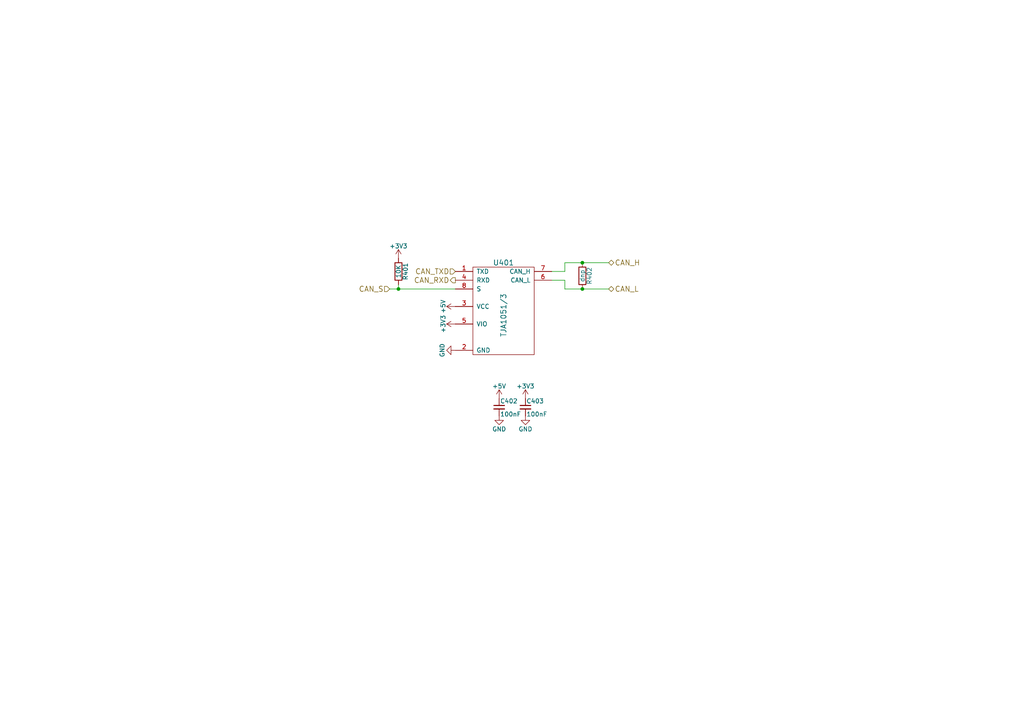
<source format=kicad_sch>
(kicad_sch
	(version 20250114)
	(generator "eeschema")
	(generator_version "9.0")
	(uuid "a452aa46-a3f7-4229-87a2-c60a92118249")
	(paper "A4")
	(lib_symbols
		(symbol "+3V3_1"
			(power)
			(pin_names
				(offset 0)
			)
			(exclude_from_sim no)
			(in_bom yes)
			(on_board yes)
			(property "Reference" "#PWR"
				(at 0 -3.81 0)
				(effects
					(font
						(size 1.27 1.27)
					)
					(hide yes)
				)
			)
			(property "Value" "+3V3"
				(at 0 3.556 0)
				(effects
					(font
						(size 1.27 1.27)
					)
				)
			)
			(property "Footprint" ""
				(at 0 0 0)
				(effects
					(font
						(size 1.27 1.27)
					)
				)
			)
			(property "Datasheet" ""
				(at 0 0 0)
				(effects
					(font
						(size 1.27 1.27)
					)
				)
			)
			(property "Description" ""
				(at 0 0 0)
				(effects
					(font
						(size 1.27 1.27)
					)
					(hide yes)
				)
			)
			(property "Field5" ""
				(at 0 0 0)
				(effects
					(font
						(size 1.27 1.27)
					)
					(hide yes)
				)
			)
			(symbol "+3V3_1_0_1"
				(polyline
					(pts
						(xy -0.762 1.27) (xy 0 2.54)
					)
					(stroke
						(width 0)
						(type solid)
					)
					(fill
						(type none)
					)
				)
				(polyline
					(pts
						(xy 0 2.54) (xy 0.762 1.27)
					)
					(stroke
						(width 0)
						(type solid)
					)
					(fill
						(type none)
					)
				)
				(polyline
					(pts
						(xy 0 0) (xy 0 2.54)
					)
					(stroke
						(width 0)
						(type solid)
					)
					(fill
						(type none)
					)
				)
			)
			(symbol "+3V3_1_1_1"
				(pin power_in line
					(at 0 0 90)
					(length 0)
					(hide yes)
					(name "+3V3"
						(effects
							(font
								(size 1.27 1.27)
							)
						)
					)
					(number "1"
						(effects
							(font
								(size 1.27 1.27)
							)
						)
					)
				)
			)
			(embedded_fonts no)
		)
		(symbol "+3V3_2"
			(power)
			(pin_names
				(offset 0)
			)
			(exclude_from_sim no)
			(in_bom yes)
			(on_board yes)
			(property "Reference" "#PWR"
				(at 0 -3.81 0)
				(effects
					(font
						(size 1.27 1.27)
					)
					(hide yes)
				)
			)
			(property "Value" "+3V3"
				(at 0 3.556 0)
				(effects
					(font
						(size 1.27 1.27)
					)
				)
			)
			(property "Footprint" ""
				(at 0 0 0)
				(effects
					(font
						(size 1.27 1.27)
					)
				)
			)
			(property "Datasheet" ""
				(at 0 0 0)
				(effects
					(font
						(size 1.27 1.27)
					)
				)
			)
			(property "Description" ""
				(at 0 0 0)
				(effects
					(font
						(size 1.27 1.27)
					)
					(hide yes)
				)
			)
			(property "Field5" ""
				(at 0 0 0)
				(effects
					(font
						(size 1.27 1.27)
					)
					(hide yes)
				)
			)
			(symbol "+3V3_2_0_1"
				(polyline
					(pts
						(xy -0.762 1.27) (xy 0 2.54)
					)
					(stroke
						(width 0)
						(type solid)
					)
					(fill
						(type none)
					)
				)
				(polyline
					(pts
						(xy 0 2.54) (xy 0.762 1.27)
					)
					(stroke
						(width 0)
						(type solid)
					)
					(fill
						(type none)
					)
				)
				(polyline
					(pts
						(xy 0 0) (xy 0 2.54)
					)
					(stroke
						(width 0)
						(type solid)
					)
					(fill
						(type none)
					)
				)
			)
			(symbol "+3V3_2_1_1"
				(pin power_in line
					(at 0 0 90)
					(length 0)
					(hide yes)
					(name "+3V3"
						(effects
							(font
								(size 1.27 1.27)
							)
						)
					)
					(number "1"
						(effects
							(font
								(size 1.27 1.27)
							)
						)
					)
				)
			)
			(embedded_fonts no)
		)
		(symbol "+3V3_3"
			(power)
			(pin_names
				(offset 0)
			)
			(exclude_from_sim no)
			(in_bom yes)
			(on_board yes)
			(property "Reference" "#PWR"
				(at 0 -3.81 0)
				(effects
					(font
						(size 1.27 1.27)
					)
					(hide yes)
				)
			)
			(property "Value" "+3V3"
				(at 0 3.556 0)
				(effects
					(font
						(size 1.27 1.27)
					)
				)
			)
			(property "Footprint" ""
				(at 0 0 0)
				(effects
					(font
						(size 1.27 1.27)
					)
				)
			)
			(property "Datasheet" ""
				(at 0 0 0)
				(effects
					(font
						(size 1.27 1.27)
					)
				)
			)
			(property "Description" ""
				(at 0 0 0)
				(effects
					(font
						(size 1.27 1.27)
					)
					(hide yes)
				)
			)
			(property "Field5" ""
				(at 0 0 0)
				(effects
					(font
						(size 1.27 1.27)
					)
					(hide yes)
				)
			)
			(symbol "+3V3_3_0_1"
				(polyline
					(pts
						(xy -0.762 1.27) (xy 0 2.54)
					)
					(stroke
						(width 0)
						(type solid)
					)
					(fill
						(type none)
					)
				)
				(polyline
					(pts
						(xy 0 2.54) (xy 0.762 1.27)
					)
					(stroke
						(width 0)
						(type solid)
					)
					(fill
						(type none)
					)
				)
				(polyline
					(pts
						(xy 0 0) (xy 0 2.54)
					)
					(stroke
						(width 0)
						(type solid)
					)
					(fill
						(type none)
					)
				)
			)
			(symbol "+3V3_3_1_1"
				(pin power_in line
					(at 0 0 90)
					(length 0)
					(hide yes)
					(name "+3V3"
						(effects
							(font
								(size 1.27 1.27)
							)
						)
					)
					(number "1"
						(effects
							(font
								(size 1.27 1.27)
							)
						)
					)
				)
			)
			(embedded_fonts no)
		)
		(symbol "+3V3_4"
			(power)
			(pin_names
				(offset 0)
			)
			(exclude_from_sim no)
			(in_bom yes)
			(on_board yes)
			(property "Reference" "#PWR"
				(at 0 -3.81 0)
				(effects
					(font
						(size 1.27 1.27)
					)
					(hide yes)
				)
			)
			(property "Value" "+3V3"
				(at 0 3.556 0)
				(effects
					(font
						(size 1.27 1.27)
					)
				)
			)
			(property "Footprint" ""
				(at 0 0 0)
				(effects
					(font
						(size 1.27 1.27)
					)
				)
			)
			(property "Datasheet" ""
				(at 0 0 0)
				(effects
					(font
						(size 1.27 1.27)
					)
				)
			)
			(property "Description" ""
				(at 0 0 0)
				(effects
					(font
						(size 1.27 1.27)
					)
					(hide yes)
				)
			)
			(property "Field5" ""
				(at 0 0 0)
				(effects
					(font
						(size 1.27 1.27)
					)
					(hide yes)
				)
			)
			(symbol "+3V3_4_0_1"
				(polyline
					(pts
						(xy -0.762 1.27) (xy 0 2.54)
					)
					(stroke
						(width 0)
						(type solid)
					)
					(fill
						(type none)
					)
				)
				(polyline
					(pts
						(xy 0 2.54) (xy 0.762 1.27)
					)
					(stroke
						(width 0)
						(type solid)
					)
					(fill
						(type none)
					)
				)
				(polyline
					(pts
						(xy 0 0) (xy 0 2.54)
					)
					(stroke
						(width 0)
						(type solid)
					)
					(fill
						(type none)
					)
				)
			)
			(symbol "+3V3_4_1_1"
				(pin power_in line
					(at 0 0 90)
					(length 0)
					(hide yes)
					(name "+3V3"
						(effects
							(font
								(size 1.27 1.27)
							)
						)
					)
					(number "1"
						(effects
							(font
								(size 1.27 1.27)
							)
						)
					)
				)
			)
			(embedded_fonts no)
		)
		(symbol "+3V3_5"
			(power)
			(pin_names
				(offset 0)
			)
			(exclude_from_sim no)
			(in_bom yes)
			(on_board yes)
			(property "Reference" "#PWR"
				(at 0 -3.81 0)
				(effects
					(font
						(size 1.27 1.27)
					)
					(hide yes)
				)
			)
			(property "Value" "+3V3"
				(at 0 3.556 0)
				(effects
					(font
						(size 1.27 1.27)
					)
				)
			)
			(property "Footprint" ""
				(at 0 0 0)
				(effects
					(font
						(size 1.27 1.27)
					)
				)
			)
			(property "Datasheet" ""
				(at 0 0 0)
				(effects
					(font
						(size 1.27 1.27)
					)
				)
			)
			(property "Description" ""
				(at 0 0 0)
				(effects
					(font
						(size 1.27 1.27)
					)
					(hide yes)
				)
			)
			(property "Field5" ""
				(at 0 0 0)
				(effects
					(font
						(size 1.27 1.27)
					)
					(hide yes)
				)
			)
			(symbol "+3V3_5_0_1"
				(polyline
					(pts
						(xy -0.762 1.27) (xy 0 2.54)
					)
					(stroke
						(width 0)
						(type solid)
					)
					(fill
						(type none)
					)
				)
				(polyline
					(pts
						(xy 0 2.54) (xy 0.762 1.27)
					)
					(stroke
						(width 0)
						(type solid)
					)
					(fill
						(type none)
					)
				)
				(polyline
					(pts
						(xy 0 0) (xy 0 2.54)
					)
					(stroke
						(width 0)
						(type solid)
					)
					(fill
						(type none)
					)
				)
			)
			(symbol "+3V3_5_1_1"
				(pin power_in line
					(at 0 0 90)
					(length 0)
					(hide yes)
					(name "+3V3"
						(effects
							(font
								(size 1.27 1.27)
							)
						)
					)
					(number "1"
						(effects
							(font
								(size 1.27 1.27)
							)
						)
					)
				)
			)
			(embedded_fonts no)
		)
		(symbol "+3V3_6"
			(power)
			(pin_names
				(offset 0)
			)
			(exclude_from_sim no)
			(in_bom yes)
			(on_board yes)
			(property "Reference" "#PWR"
				(at 0 -3.81 0)
				(effects
					(font
						(size 1.27 1.27)
					)
					(hide yes)
				)
			)
			(property "Value" "+3V3"
				(at 0 3.556 0)
				(effects
					(font
						(size 1.27 1.27)
					)
				)
			)
			(property "Footprint" ""
				(at 0 0 0)
				(effects
					(font
						(size 1.27 1.27)
					)
				)
			)
			(property "Datasheet" ""
				(at 0 0 0)
				(effects
					(font
						(size 1.27 1.27)
					)
				)
			)
			(property "Description" ""
				(at 0 0 0)
				(effects
					(font
						(size 1.27 1.27)
					)
					(hide yes)
				)
			)
			(property "Field5" ""
				(at 0 0 0)
				(effects
					(font
						(size 1.27 1.27)
					)
					(hide yes)
				)
			)
			(symbol "+3V3_6_0_1"
				(polyline
					(pts
						(xy -0.762 1.27) (xy 0 2.54)
					)
					(stroke
						(width 0)
						(type solid)
					)
					(fill
						(type none)
					)
				)
				(polyline
					(pts
						(xy 0 2.54) (xy 0.762 1.27)
					)
					(stroke
						(width 0)
						(type solid)
					)
					(fill
						(type none)
					)
				)
				(polyline
					(pts
						(xy 0 0) (xy 0 2.54)
					)
					(stroke
						(width 0)
						(type solid)
					)
					(fill
						(type none)
					)
				)
			)
			(symbol "+3V3_6_1_1"
				(pin power_in line
					(at 0 0 90)
					(length 0)
					(hide yes)
					(name "+3V3"
						(effects
							(font
								(size 1.27 1.27)
							)
						)
					)
					(number "1"
						(effects
							(font
								(size 1.27 1.27)
							)
						)
					)
				)
			)
			(embedded_fonts no)
		)
		(symbol "+5V_1"
			(power)
			(pin_names
				(offset 0)
			)
			(exclude_from_sim no)
			(in_bom yes)
			(on_board yes)
			(property "Reference" "#PWR"
				(at 0 -3.81 0)
				(effects
					(font
						(size 1.27 1.27)
					)
					(hide yes)
				)
			)
			(property "Value" "+5V"
				(at 0 3.556 0)
				(effects
					(font
						(size 1.27 1.27)
					)
				)
			)
			(property "Footprint" ""
				(at 0 0 0)
				(effects
					(font
						(size 1.27 1.27)
					)
				)
			)
			(property "Datasheet" ""
				(at 0 0 0)
				(effects
					(font
						(size 1.27 1.27)
					)
				)
			)
			(property "Description" ""
				(at 0 0 0)
				(effects
					(font
						(size 1.27 1.27)
					)
					(hide yes)
				)
			)
			(property "Field5" ""
				(at 0 0 0)
				(effects
					(font
						(size 1.27 1.27)
					)
					(hide yes)
				)
			)
			(symbol "+5V_1_0_1"
				(polyline
					(pts
						(xy -0.762 1.27) (xy 0 2.54)
					)
					(stroke
						(width 0)
						(type solid)
					)
					(fill
						(type none)
					)
				)
				(polyline
					(pts
						(xy 0 2.54) (xy 0.762 1.27)
					)
					(stroke
						(width 0)
						(type solid)
					)
					(fill
						(type none)
					)
				)
				(polyline
					(pts
						(xy 0 0) (xy 0 2.54)
					)
					(stroke
						(width 0)
						(type solid)
					)
					(fill
						(type none)
					)
				)
			)
			(symbol "+5V_1_1_1"
				(pin power_in line
					(at 0 0 90)
					(length 0)
					(hide yes)
					(name "+5V"
						(effects
							(font
								(size 1.27 1.27)
							)
						)
					)
					(number "1"
						(effects
							(font
								(size 1.27 1.27)
							)
						)
					)
				)
			)
			(embedded_fonts no)
		)
		(symbol "+5V_2"
			(power)
			(pin_names
				(offset 0)
			)
			(exclude_from_sim no)
			(in_bom yes)
			(on_board yes)
			(property "Reference" "#PWR"
				(at 0 -3.81 0)
				(effects
					(font
						(size 1.27 1.27)
					)
					(hide yes)
				)
			)
			(property "Value" "+5V"
				(at 0 3.556 0)
				(effects
					(font
						(size 1.27 1.27)
					)
				)
			)
			(property "Footprint" ""
				(at 0 0 0)
				(effects
					(font
						(size 1.27 1.27)
					)
				)
			)
			(property "Datasheet" ""
				(at 0 0 0)
				(effects
					(font
						(size 1.27 1.27)
					)
				)
			)
			(property "Description" ""
				(at 0 0 0)
				(effects
					(font
						(size 1.27 1.27)
					)
					(hide yes)
				)
			)
			(property "Field5" ""
				(at 0 0 0)
				(effects
					(font
						(size 1.27 1.27)
					)
					(hide yes)
				)
			)
			(symbol "+5V_2_0_1"
				(polyline
					(pts
						(xy -0.762 1.27) (xy 0 2.54)
					)
					(stroke
						(width 0)
						(type solid)
					)
					(fill
						(type none)
					)
				)
				(polyline
					(pts
						(xy 0 2.54) (xy 0.762 1.27)
					)
					(stroke
						(width 0)
						(type solid)
					)
					(fill
						(type none)
					)
				)
				(polyline
					(pts
						(xy 0 0) (xy 0 2.54)
					)
					(stroke
						(width 0)
						(type solid)
					)
					(fill
						(type none)
					)
				)
			)
			(symbol "+5V_2_1_1"
				(pin power_in line
					(at 0 0 90)
					(length 0)
					(hide yes)
					(name "+5V"
						(effects
							(font
								(size 1.27 1.27)
							)
						)
					)
					(number "1"
						(effects
							(font
								(size 1.27 1.27)
							)
						)
					)
				)
			)
			(embedded_fonts no)
		)
		(symbol "+5V_3"
			(power)
			(pin_names
				(offset 0)
			)
			(exclude_from_sim no)
			(in_bom yes)
			(on_board yes)
			(property "Reference" "#PWR"
				(at 0 -3.81 0)
				(effects
					(font
						(size 1.27 1.27)
					)
					(hide yes)
				)
			)
			(property "Value" "+5V"
				(at 0 3.556 0)
				(effects
					(font
						(size 1.27 1.27)
					)
				)
			)
			(property "Footprint" ""
				(at 0 0 0)
				(effects
					(font
						(size 1.27 1.27)
					)
				)
			)
			(property "Datasheet" ""
				(at 0 0 0)
				(effects
					(font
						(size 1.27 1.27)
					)
				)
			)
			(property "Description" ""
				(at 0 0 0)
				(effects
					(font
						(size 1.27 1.27)
					)
					(hide yes)
				)
			)
			(property "Field5" ""
				(at 0 0 0)
				(effects
					(font
						(size 1.27 1.27)
					)
					(hide yes)
				)
			)
			(symbol "+5V_3_0_1"
				(polyline
					(pts
						(xy -0.762 1.27) (xy 0 2.54)
					)
					(stroke
						(width 0)
						(type solid)
					)
					(fill
						(type none)
					)
				)
				(polyline
					(pts
						(xy 0 2.54) (xy 0.762 1.27)
					)
					(stroke
						(width 0)
						(type solid)
					)
					(fill
						(type none)
					)
				)
				(polyline
					(pts
						(xy 0 0) (xy 0 2.54)
					)
					(stroke
						(width 0)
						(type solid)
					)
					(fill
						(type none)
					)
				)
			)
			(symbol "+5V_3_1_1"
				(pin power_in line
					(at 0 0 90)
					(length 0)
					(hide yes)
					(name "+5V"
						(effects
							(font
								(size 1.27 1.27)
							)
						)
					)
					(number "1"
						(effects
							(font
								(size 1.27 1.27)
							)
						)
					)
				)
			)
			(embedded_fonts no)
		)
		(symbol "+5V_4"
			(power)
			(pin_names
				(offset 0)
			)
			(exclude_from_sim no)
			(in_bom yes)
			(on_board yes)
			(property "Reference" "#PWR"
				(at 0 -3.81 0)
				(effects
					(font
						(size 1.27 1.27)
					)
					(hide yes)
				)
			)
			(property "Value" "+5V"
				(at 0 3.556 0)
				(effects
					(font
						(size 1.27 1.27)
					)
				)
			)
			(property "Footprint" ""
				(at 0 0 0)
				(effects
					(font
						(size 1.27 1.27)
					)
				)
			)
			(property "Datasheet" ""
				(at 0 0 0)
				(effects
					(font
						(size 1.27 1.27)
					)
				)
			)
			(property "Description" ""
				(at 0 0 0)
				(effects
					(font
						(size 1.27 1.27)
					)
					(hide yes)
				)
			)
			(property "Field5" ""
				(at 0 0 0)
				(effects
					(font
						(size 1.27 1.27)
					)
					(hide yes)
				)
			)
			(symbol "+5V_4_0_1"
				(polyline
					(pts
						(xy -0.762 1.27) (xy 0 2.54)
					)
					(stroke
						(width 0)
						(type solid)
					)
					(fill
						(type none)
					)
				)
				(polyline
					(pts
						(xy 0 2.54) (xy 0.762 1.27)
					)
					(stroke
						(width 0)
						(type solid)
					)
					(fill
						(type none)
					)
				)
				(polyline
					(pts
						(xy 0 0) (xy 0 2.54)
					)
					(stroke
						(width 0)
						(type solid)
					)
					(fill
						(type none)
					)
				)
			)
			(symbol "+5V_4_1_1"
				(pin power_in line
					(at 0 0 90)
					(length 0)
					(hide yes)
					(name "+5V"
						(effects
							(font
								(size 1.27 1.27)
							)
						)
					)
					(number "1"
						(effects
							(font
								(size 1.27 1.27)
							)
						)
					)
				)
			)
			(embedded_fonts no)
		)
		(symbol "C_Small_1"
			(pin_numbers
				(hide yes)
			)
			(pin_names
				(offset 0.254)
				(hide yes)
			)
			(exclude_from_sim no)
			(in_bom yes)
			(on_board yes)
			(property "Reference" "C"
				(at 0.254 1.778 0)
				(effects
					(font
						(size 1.27 1.27)
					)
					(justify left)
				)
			)
			(property "Value" "C_Small"
				(at 0.254 -2.032 0)
				(effects
					(font
						(size 1.27 1.27)
					)
					(justify left)
				)
			)
			(property "Footprint" ""
				(at 0 0 0)
				(effects
					(font
						(size 1.27 1.27)
					)
				)
			)
			(property "Datasheet" ""
				(at 0 0 0)
				(effects
					(font
						(size 1.27 1.27)
					)
				)
			)
			(property "Description" ""
				(at 0 0 0)
				(effects
					(font
						(size 1.27 1.27)
					)
					(hide yes)
				)
			)
			(property "Field5" ""
				(at 0 0 0)
				(effects
					(font
						(size 1.27 1.27)
					)
					(hide yes)
				)
			)
			(property "ki_fp_filters" "C? C_????_* C_???? SMD*_c Capacitor*"
				(at 0 0 0)
				(effects
					(font
						(size 1.27 1.27)
					)
					(hide yes)
				)
			)
			(symbol "C_Small_1_0_1"
				(polyline
					(pts
						(xy -1.524 0.508) (xy 1.524 0.508)
					)
					(stroke
						(width 0.3048)
						(type solid)
					)
					(fill
						(type none)
					)
				)
				(polyline
					(pts
						(xy -1.524 -0.508) (xy 1.524 -0.508)
					)
					(stroke
						(width 0.3302)
						(type solid)
					)
					(fill
						(type none)
					)
				)
			)
			(symbol "C_Small_1_1_1"
				(pin passive line
					(at 0 2.54 270)
					(length 1.905)
					(name "~"
						(effects
							(font
								(size 1.016 1.016)
							)
						)
					)
					(number "1"
						(effects
							(font
								(size 1.016 1.016)
							)
						)
					)
				)
				(pin passive line
					(at 0 -2.54 90)
					(length 2.032)
					(name "~"
						(effects
							(font
								(size 1.016 1.016)
							)
						)
					)
					(number "2"
						(effects
							(font
								(size 1.016 1.016)
							)
						)
					)
				)
			)
			(embedded_fonts no)
		)
		(symbol "C_Small_2"
			(pin_numbers
				(hide yes)
			)
			(pin_names
				(offset 0.254)
				(hide yes)
			)
			(exclude_from_sim no)
			(in_bom yes)
			(on_board yes)
			(property "Reference" "C"
				(at 0.254 1.778 0)
				(effects
					(font
						(size 1.27 1.27)
					)
					(justify left)
				)
			)
			(property "Value" "C_Small"
				(at 0.254 -2.032 0)
				(effects
					(font
						(size 1.27 1.27)
					)
					(justify left)
				)
			)
			(property "Footprint" ""
				(at 0 0 0)
				(effects
					(font
						(size 1.27 1.27)
					)
				)
			)
			(property "Datasheet" ""
				(at 0 0 0)
				(effects
					(font
						(size 1.27 1.27)
					)
				)
			)
			(property "Description" ""
				(at 0 0 0)
				(effects
					(font
						(size 1.27 1.27)
					)
					(hide yes)
				)
			)
			(property "Field5" ""
				(at 0 0 0)
				(effects
					(font
						(size 1.27 1.27)
					)
					(hide yes)
				)
			)
			(property "ki_fp_filters" "C? C_????_* C_???? SMD*_c Capacitor*"
				(at 0 0 0)
				(effects
					(font
						(size 1.27 1.27)
					)
					(hide yes)
				)
			)
			(symbol "C_Small_2_0_1"
				(polyline
					(pts
						(xy -1.524 0.508) (xy 1.524 0.508)
					)
					(stroke
						(width 0.3048)
						(type solid)
					)
					(fill
						(type none)
					)
				)
				(polyline
					(pts
						(xy -1.524 -0.508) (xy 1.524 -0.508)
					)
					(stroke
						(width 0.3302)
						(type solid)
					)
					(fill
						(type none)
					)
				)
			)
			(symbol "C_Small_2_1_1"
				(pin passive line
					(at 0 2.54 270)
					(length 1.905)
					(name "~"
						(effects
							(font
								(size 1.016 1.016)
							)
						)
					)
					(number "1"
						(effects
							(font
								(size 1.016 1.016)
							)
						)
					)
				)
				(pin passive line
					(at 0 -2.54 90)
					(length 2.032)
					(name "~"
						(effects
							(font
								(size 1.016 1.016)
							)
						)
					)
					(number "2"
						(effects
							(font
								(size 1.016 1.016)
							)
						)
					)
				)
			)
			(embedded_fonts no)
		)
		(symbol "C_Small_3"
			(pin_numbers
				(hide yes)
			)
			(pin_names
				(offset 0.254)
				(hide yes)
			)
			(exclude_from_sim no)
			(in_bom yes)
			(on_board yes)
			(property "Reference" "C"
				(at 0.254 1.778 0)
				(effects
					(font
						(size 1.27 1.27)
					)
					(justify left)
				)
			)
			(property "Value" "C_Small"
				(at 0.254 -2.032 0)
				(effects
					(font
						(size 1.27 1.27)
					)
					(justify left)
				)
			)
			(property "Footprint" ""
				(at 0 0 0)
				(effects
					(font
						(size 1.27 1.27)
					)
				)
			)
			(property "Datasheet" ""
				(at 0 0 0)
				(effects
					(font
						(size 1.27 1.27)
					)
				)
			)
			(property "Description" ""
				(at 0 0 0)
				(effects
					(font
						(size 1.27 1.27)
					)
					(hide yes)
				)
			)
			(property "Field5" ""
				(at 0 0 0)
				(effects
					(font
						(size 1.27 1.27)
					)
					(hide yes)
				)
			)
			(property "ki_fp_filters" "C? C_????_* C_???? SMD*_c Capacitor*"
				(at 0 0 0)
				(effects
					(font
						(size 1.27 1.27)
					)
					(hide yes)
				)
			)
			(symbol "C_Small_3_0_1"
				(polyline
					(pts
						(xy -1.524 0.508) (xy 1.524 0.508)
					)
					(stroke
						(width 0.3048)
						(type solid)
					)
					(fill
						(type none)
					)
				)
				(polyline
					(pts
						(xy -1.524 -0.508) (xy 1.524 -0.508)
					)
					(stroke
						(width 0.3302)
						(type solid)
					)
					(fill
						(type none)
					)
				)
			)
			(symbol "C_Small_3_1_1"
				(pin passive line
					(at 0 2.54 270)
					(length 1.905)
					(name "~"
						(effects
							(font
								(size 1.016 1.016)
							)
						)
					)
					(number "1"
						(effects
							(font
								(size 1.016 1.016)
							)
						)
					)
				)
				(pin passive line
					(at 0 -2.54 90)
					(length 2.032)
					(name "~"
						(effects
							(font
								(size 1.016 1.016)
							)
						)
					)
					(number "2"
						(effects
							(font
								(size 1.016 1.016)
							)
						)
					)
				)
			)
			(embedded_fonts no)
		)
		(symbol "C_Small_4"
			(pin_numbers
				(hide yes)
			)
			(pin_names
				(offset 0.254)
				(hide yes)
			)
			(exclude_from_sim no)
			(in_bom yes)
			(on_board yes)
			(property "Reference" "C"
				(at 0.254 1.778 0)
				(effects
					(font
						(size 1.27 1.27)
					)
					(justify left)
				)
			)
			(property "Value" "C_Small"
				(at 0.254 -2.032 0)
				(effects
					(font
						(size 1.27 1.27)
					)
					(justify left)
				)
			)
			(property "Footprint" ""
				(at 0 0 0)
				(effects
					(font
						(size 1.27 1.27)
					)
				)
			)
			(property "Datasheet" ""
				(at 0 0 0)
				(effects
					(font
						(size 1.27 1.27)
					)
				)
			)
			(property "Description" ""
				(at 0 0 0)
				(effects
					(font
						(size 1.27 1.27)
					)
					(hide yes)
				)
			)
			(property "Field5" ""
				(at 0 0 0)
				(effects
					(font
						(size 1.27 1.27)
					)
					(hide yes)
				)
			)
			(property "ki_fp_filters" "C? C_????_* C_???? SMD*_c Capacitor*"
				(at 0 0 0)
				(effects
					(font
						(size 1.27 1.27)
					)
					(hide yes)
				)
			)
			(symbol "C_Small_4_0_1"
				(polyline
					(pts
						(xy -1.524 0.508) (xy 1.524 0.508)
					)
					(stroke
						(width 0.3048)
						(type solid)
					)
					(fill
						(type none)
					)
				)
				(polyline
					(pts
						(xy -1.524 -0.508) (xy 1.524 -0.508)
					)
					(stroke
						(width 0.3302)
						(type solid)
					)
					(fill
						(type none)
					)
				)
			)
			(symbol "C_Small_4_1_1"
				(pin passive line
					(at 0 2.54 270)
					(length 1.905)
					(name "~"
						(effects
							(font
								(size 1.016 1.016)
							)
						)
					)
					(number "1"
						(effects
							(font
								(size 1.016 1.016)
							)
						)
					)
				)
				(pin passive line
					(at 0 -2.54 90)
					(length 2.032)
					(name "~"
						(effects
							(font
								(size 1.016 1.016)
							)
						)
					)
					(number "2"
						(effects
							(font
								(size 1.016 1.016)
							)
						)
					)
				)
			)
			(embedded_fonts no)
		)
		(symbol "GND_1"
			(power)
			(pin_names
				(offset 0)
			)
			(exclude_from_sim no)
			(in_bom yes)
			(on_board yes)
			(property "Reference" "#PWR"
				(at 0 -6.35 0)
				(effects
					(font
						(size 1.27 1.27)
					)
					(hide yes)
				)
			)
			(property "Value" "GND"
				(at 0 -3.81 0)
				(effects
					(font
						(size 1.27 1.27)
					)
				)
			)
			(property "Footprint" ""
				(at 0 0 0)
				(effects
					(font
						(size 1.27 1.27)
					)
				)
			)
			(property "Datasheet" ""
				(at 0 0 0)
				(effects
					(font
						(size 1.27 1.27)
					)
				)
			)
			(property "Description" ""
				(at 0 0 0)
				(effects
					(font
						(size 1.27 1.27)
					)
					(hide yes)
				)
			)
			(property "Field5" ""
				(at 0 0 0)
				(effects
					(font
						(size 1.27 1.27)
					)
					(hide yes)
				)
			)
			(symbol "GND_1_0_1"
				(polyline
					(pts
						(xy 0 0) (xy 0 -1.27) (xy 1.27 -1.27) (xy 0 -2.54) (xy -1.27 -1.27) (xy 0 -1.27)
					)
					(stroke
						(width 0)
						(type solid)
					)
					(fill
						(type none)
					)
				)
			)
			(symbol "GND_1_1_1"
				(pin power_in line
					(at 0 0 270)
					(length 0)
					(hide yes)
					(name "GND"
						(effects
							(font
								(size 1.27 1.27)
							)
						)
					)
					(number "1"
						(effects
							(font
								(size 1.27 1.27)
							)
						)
					)
				)
			)
			(embedded_fonts no)
		)
		(symbol "GND_2"
			(power)
			(pin_names
				(offset 0)
			)
			(exclude_from_sim no)
			(in_bom yes)
			(on_board yes)
			(property "Reference" "#PWR"
				(at 0 -6.35 0)
				(effects
					(font
						(size 1.27 1.27)
					)
					(hide yes)
				)
			)
			(property "Value" "GND"
				(at 0 -3.81 0)
				(effects
					(font
						(size 1.27 1.27)
					)
				)
			)
			(property "Footprint" ""
				(at 0 0 0)
				(effects
					(font
						(size 1.27 1.27)
					)
				)
			)
			(property "Datasheet" ""
				(at 0 0 0)
				(effects
					(font
						(size 1.27 1.27)
					)
				)
			)
			(property "Description" ""
				(at 0 0 0)
				(effects
					(font
						(size 1.27 1.27)
					)
					(hide yes)
				)
			)
			(property "Field5" ""
				(at 0 0 0)
				(effects
					(font
						(size 1.27 1.27)
					)
					(hide yes)
				)
			)
			(symbol "GND_2_0_1"
				(polyline
					(pts
						(xy 0 0) (xy 0 -1.27) (xy 1.27 -1.27) (xy 0 -2.54) (xy -1.27 -1.27) (xy 0 -1.27)
					)
					(stroke
						(width 0)
						(type solid)
					)
					(fill
						(type none)
					)
				)
			)
			(symbol "GND_2_1_1"
				(pin power_in line
					(at 0 0 270)
					(length 0)
					(hide yes)
					(name "GND"
						(effects
							(font
								(size 1.27 1.27)
							)
						)
					)
					(number "1"
						(effects
							(font
								(size 1.27 1.27)
							)
						)
					)
				)
			)
			(embedded_fonts no)
		)
		(symbol "GND_3"
			(power)
			(pin_names
				(offset 0)
			)
			(exclude_from_sim no)
			(in_bom yes)
			(on_board yes)
			(property "Reference" "#PWR"
				(at 0 -6.35 0)
				(effects
					(font
						(size 1.27 1.27)
					)
					(hide yes)
				)
			)
			(property "Value" "GND"
				(at 0 -3.81 0)
				(effects
					(font
						(size 1.27 1.27)
					)
				)
			)
			(property "Footprint" ""
				(at 0 0 0)
				(effects
					(font
						(size 1.27 1.27)
					)
				)
			)
			(property "Datasheet" ""
				(at 0 0 0)
				(effects
					(font
						(size 1.27 1.27)
					)
				)
			)
			(property "Description" ""
				(at 0 0 0)
				(effects
					(font
						(size 1.27 1.27)
					)
					(hide yes)
				)
			)
			(property "Field5" ""
				(at 0 0 0)
				(effects
					(font
						(size 1.27 1.27)
					)
					(hide yes)
				)
			)
			(symbol "GND_3_0_1"
				(polyline
					(pts
						(xy 0 0) (xy 0 -1.27) (xy 1.27 -1.27) (xy 0 -2.54) (xy -1.27 -1.27) (xy 0 -1.27)
					)
					(stroke
						(width 0)
						(type solid)
					)
					(fill
						(type none)
					)
				)
			)
			(symbol "GND_3_1_1"
				(pin power_in line
					(at 0 0 270)
					(length 0)
					(hide yes)
					(name "GND"
						(effects
							(font
								(size 1.27 1.27)
							)
						)
					)
					(number "1"
						(effects
							(font
								(size 1.27 1.27)
							)
						)
					)
				)
			)
			(embedded_fonts no)
		)
		(symbol "GND_4"
			(power)
			(pin_names
				(offset 0)
			)
			(exclude_from_sim no)
			(in_bom yes)
			(on_board yes)
			(property "Reference" "#PWR"
				(at 0 -6.35 0)
				(effects
					(font
						(size 1.27 1.27)
					)
					(hide yes)
				)
			)
			(property "Value" "GND"
				(at 0 -3.81 0)
				(effects
					(font
						(size 1.27 1.27)
					)
				)
			)
			(property "Footprint" ""
				(at 0 0 0)
				(effects
					(font
						(size 1.27 1.27)
					)
				)
			)
			(property "Datasheet" ""
				(at 0 0 0)
				(effects
					(font
						(size 1.27 1.27)
					)
				)
			)
			(property "Description" ""
				(at 0 0 0)
				(effects
					(font
						(size 1.27 1.27)
					)
					(hide yes)
				)
			)
			(property "Field5" ""
				(at 0 0 0)
				(effects
					(font
						(size 1.27 1.27)
					)
					(hide yes)
				)
			)
			(symbol "GND_4_0_1"
				(polyline
					(pts
						(xy 0 0) (xy 0 -1.27) (xy 1.27 -1.27) (xy 0 -2.54) (xy -1.27 -1.27) (xy 0 -1.27)
					)
					(stroke
						(width 0)
						(type solid)
					)
					(fill
						(type none)
					)
				)
			)
			(symbol "GND_4_1_1"
				(pin power_in line
					(at 0 0 270)
					(length 0)
					(hide yes)
					(name "GND"
						(effects
							(font
								(size 1.27 1.27)
							)
						)
					)
					(number "1"
						(effects
							(font
								(size 1.27 1.27)
							)
						)
					)
				)
			)
			(embedded_fonts no)
		)
		(symbol "GND_5"
			(power)
			(pin_names
				(offset 0)
			)
			(exclude_from_sim no)
			(in_bom yes)
			(on_board yes)
			(property "Reference" "#PWR"
				(at 0 -6.35 0)
				(effects
					(font
						(size 1.27 1.27)
					)
					(hide yes)
				)
			)
			(property "Value" "GND"
				(at 0 -3.81 0)
				(effects
					(font
						(size 1.27 1.27)
					)
				)
			)
			(property "Footprint" ""
				(at 0 0 0)
				(effects
					(font
						(size 1.27 1.27)
					)
				)
			)
			(property "Datasheet" ""
				(at 0 0 0)
				(effects
					(font
						(size 1.27 1.27)
					)
				)
			)
			(property "Description" ""
				(at 0 0 0)
				(effects
					(font
						(size 1.27 1.27)
					)
					(hide yes)
				)
			)
			(property "Field5" ""
				(at 0 0 0)
				(effects
					(font
						(size 1.27 1.27)
					)
					(hide yes)
				)
			)
			(symbol "GND_5_0_1"
				(polyline
					(pts
						(xy 0 0) (xy 0 -1.27) (xy 1.27 -1.27) (xy 0 -2.54) (xy -1.27 -1.27) (xy 0 -1.27)
					)
					(stroke
						(width 0)
						(type solid)
					)
					(fill
						(type none)
					)
				)
			)
			(symbol "GND_5_1_1"
				(pin power_in line
					(at 0 0 270)
					(length 0)
					(hide yes)
					(name "GND"
						(effects
							(font
								(size 1.27 1.27)
							)
						)
					)
					(number "1"
						(effects
							(font
								(size 1.27 1.27)
							)
						)
					)
				)
			)
			(embedded_fonts no)
		)
		(symbol "GND_6"
			(power)
			(pin_names
				(offset 0)
			)
			(exclude_from_sim no)
			(in_bom yes)
			(on_board yes)
			(property "Reference" "#PWR"
				(at 0 -6.35 0)
				(effects
					(font
						(size 1.27 1.27)
					)
					(hide yes)
				)
			)
			(property "Value" "GND"
				(at 0 -3.81 0)
				(effects
					(font
						(size 1.27 1.27)
					)
				)
			)
			(property "Footprint" ""
				(at 0 0 0)
				(effects
					(font
						(size 1.27 1.27)
					)
				)
			)
			(property "Datasheet" ""
				(at 0 0 0)
				(effects
					(font
						(size 1.27 1.27)
					)
				)
			)
			(property "Description" ""
				(at 0 0 0)
				(effects
					(font
						(size 1.27 1.27)
					)
					(hide yes)
				)
			)
			(property "Field5" ""
				(at 0 0 0)
				(effects
					(font
						(size 1.27 1.27)
					)
					(hide yes)
				)
			)
			(symbol "GND_6_0_1"
				(polyline
					(pts
						(xy 0 0) (xy 0 -1.27) (xy 1.27 -1.27) (xy 0 -2.54) (xy -1.27 -1.27) (xy 0 -1.27)
					)
					(stroke
						(width 0)
						(type solid)
					)
					(fill
						(type none)
					)
				)
			)
			(symbol "GND_6_1_1"
				(pin power_in line
					(at 0 0 270)
					(length 0)
					(hide yes)
					(name "GND"
						(effects
							(font
								(size 1.27 1.27)
							)
						)
					)
					(number "1"
						(effects
							(font
								(size 1.27 1.27)
							)
						)
					)
				)
			)
			(embedded_fonts no)
		)
		(symbol "R_1"
			(pin_numbers
				(hide yes)
			)
			(pin_names
				(offset 0)
			)
			(exclude_from_sim no)
			(in_bom yes)
			(on_board yes)
			(property "Reference" "R"
				(at 2.032 0 90)
				(effects
					(font
						(size 1.27 1.27)
					)
				)
			)
			(property "Value" "R"
				(at 0 0 90)
				(effects
					(font
						(size 1.27 1.27)
					)
				)
			)
			(property "Footprint" ""
				(at -1.778 0 90)
				(effects
					(font
						(size 1.27 1.27)
					)
				)
			)
			(property "Datasheet" ""
				(at 0 0 0)
				(effects
					(font
						(size 1.27 1.27)
					)
				)
			)
			(property "Description" ""
				(at 0 0 0)
				(effects
					(font
						(size 1.27 1.27)
					)
					(hide yes)
				)
			)
			(property "Field5" ""
				(at 0 0 0)
				(effects
					(font
						(size 1.27 1.27)
					)
					(hide yes)
				)
			)
			(property "ki_fp_filters" "R_* Resistor_*"
				(at 0 0 0)
				(effects
					(font
						(size 1.27 1.27)
					)
					(hide yes)
				)
			)
			(symbol "R_1_0_1"
				(rectangle
					(start -1.016 -2.54)
					(end 1.016 2.54)
					(stroke
						(width 0.254)
						(type solid)
					)
					(fill
						(type none)
					)
				)
			)
			(symbol "R_1_1_1"
				(pin passive line
					(at 0 3.81 270)
					(length 1.27)
					(name "~"
						(effects
							(font
								(size 1.27 1.27)
							)
						)
					)
					(number "1"
						(effects
							(font
								(size 1.27 1.27)
							)
						)
					)
				)
				(pin passive line
					(at 0 -3.81 90)
					(length 1.27)
					(name "~"
						(effects
							(font
								(size 1.27 1.27)
							)
						)
					)
					(number "2"
						(effects
							(font
								(size 1.27 1.27)
							)
						)
					)
				)
			)
			(embedded_fonts no)
		)
		(symbol "R_2"
			(pin_numbers
				(hide yes)
			)
			(pin_names
				(offset 0)
			)
			(exclude_from_sim no)
			(in_bom yes)
			(on_board yes)
			(property "Reference" "R"
				(at 2.032 0 90)
				(effects
					(font
						(size 1.27 1.27)
					)
				)
			)
			(property "Value" "R"
				(at 0 0 90)
				(effects
					(font
						(size 1.27 1.27)
					)
				)
			)
			(property "Footprint" ""
				(at -1.778 0 90)
				(effects
					(font
						(size 1.27 1.27)
					)
				)
			)
			(property "Datasheet" ""
				(at 0 0 0)
				(effects
					(font
						(size 1.27 1.27)
					)
				)
			)
			(property "Description" ""
				(at 0 0 0)
				(effects
					(font
						(size 1.27 1.27)
					)
					(hide yes)
				)
			)
			(property "Field5" ""
				(at 0 0 0)
				(effects
					(font
						(size 1.27 1.27)
					)
					(hide yes)
				)
			)
			(property "ki_fp_filters" "R_* Resistor_*"
				(at 0 0 0)
				(effects
					(font
						(size 1.27 1.27)
					)
					(hide yes)
				)
			)
			(symbol "R_2_0_1"
				(rectangle
					(start -1.016 -2.54)
					(end 1.016 2.54)
					(stroke
						(width 0.254)
						(type solid)
					)
					(fill
						(type none)
					)
				)
			)
			(symbol "R_2_1_1"
				(pin passive line
					(at 0 3.81 270)
					(length 1.27)
					(name "~"
						(effects
							(font
								(size 1.27 1.27)
							)
						)
					)
					(number "1"
						(effects
							(font
								(size 1.27 1.27)
							)
						)
					)
				)
				(pin passive line
					(at 0 -3.81 90)
					(length 1.27)
					(name "~"
						(effects
							(font
								(size 1.27 1.27)
							)
						)
					)
					(number "2"
						(effects
							(font
								(size 1.27 1.27)
							)
						)
					)
				)
			)
			(embedded_fonts no)
		)
		(symbol "R_3"
			(pin_numbers
				(hide yes)
			)
			(pin_names
				(offset 0)
			)
			(exclude_from_sim no)
			(in_bom yes)
			(on_board yes)
			(property "Reference" "R"
				(at 2.032 0 90)
				(effects
					(font
						(size 1.27 1.27)
					)
				)
			)
			(property "Value" "R"
				(at 0 0 90)
				(effects
					(font
						(size 1.27 1.27)
					)
				)
			)
			(property "Footprint" ""
				(at -1.778 0 90)
				(effects
					(font
						(size 1.27 1.27)
					)
				)
			)
			(property "Datasheet" ""
				(at 0 0 0)
				(effects
					(font
						(size 1.27 1.27)
					)
				)
			)
			(property "Description" ""
				(at 0 0 0)
				(effects
					(font
						(size 1.27 1.27)
					)
					(hide yes)
				)
			)
			(property "Field5" ""
				(at 0 0 0)
				(effects
					(font
						(size 1.27 1.27)
					)
					(hide yes)
				)
			)
			(property "ki_fp_filters" "R_* Resistor_*"
				(at 0 0 0)
				(effects
					(font
						(size 1.27 1.27)
					)
					(hide yes)
				)
			)
			(symbol "R_3_0_1"
				(rectangle
					(start -1.016 -2.54)
					(end 1.016 2.54)
					(stroke
						(width 0.254)
						(type solid)
					)
					(fill
						(type none)
					)
				)
			)
			(symbol "R_3_1_1"
				(pin passive line
					(at 0 3.81 270)
					(length 1.27)
					(name "~"
						(effects
							(font
								(size 1.27 1.27)
							)
						)
					)
					(number "1"
						(effects
							(font
								(size 1.27 1.27)
							)
						)
					)
				)
				(pin passive line
					(at 0 -3.81 90)
					(length 1.27)
					(name "~"
						(effects
							(font
								(size 1.27 1.27)
							)
						)
					)
					(number "2"
						(effects
							(font
								(size 1.27 1.27)
							)
						)
					)
				)
			)
			(embedded_fonts no)
		)
		(symbol "R_4"
			(pin_numbers
				(hide yes)
			)
			(pin_names
				(offset 0)
			)
			(exclude_from_sim no)
			(in_bom yes)
			(on_board yes)
			(property "Reference" "R"
				(at 2.032 0 90)
				(effects
					(font
						(size 1.27 1.27)
					)
				)
			)
			(property "Value" "R"
				(at 0 0 90)
				(effects
					(font
						(size 1.27 1.27)
					)
				)
			)
			(property "Footprint" ""
				(at -1.778 0 90)
				(effects
					(font
						(size 1.27 1.27)
					)
				)
			)
			(property "Datasheet" ""
				(at 0 0 0)
				(effects
					(font
						(size 1.27 1.27)
					)
				)
			)
			(property "Description" ""
				(at 0 0 0)
				(effects
					(font
						(size 1.27 1.27)
					)
					(hide yes)
				)
			)
			(property "Field5" ""
				(at 0 0 0)
				(effects
					(font
						(size 1.27 1.27)
					)
					(hide yes)
				)
			)
			(property "ki_fp_filters" "R_* Resistor_*"
				(at 0 0 0)
				(effects
					(font
						(size 1.27 1.27)
					)
					(hide yes)
				)
			)
			(symbol "R_4_0_1"
				(rectangle
					(start -1.016 -2.54)
					(end 1.016 2.54)
					(stroke
						(width 0.254)
						(type solid)
					)
					(fill
						(type none)
					)
				)
			)
			(symbol "R_4_1_1"
				(pin passive line
					(at 0 3.81 270)
					(length 1.27)
					(name "~"
						(effects
							(font
								(size 1.27 1.27)
							)
						)
					)
					(number "1"
						(effects
							(font
								(size 1.27 1.27)
							)
						)
					)
				)
				(pin passive line
					(at 0 -3.81 90)
					(length 1.27)
					(name "~"
						(effects
							(font
								(size 1.27 1.27)
							)
						)
					)
					(number "2"
						(effects
							(font
								(size 1.27 1.27)
							)
						)
					)
				)
			)
			(embedded_fonts no)
		)
		(symbol "TJA1051/3_1"
			(pin_names
				(offset 1.016)
			)
			(exclude_from_sim no)
			(in_bom yes)
			(on_board yes)
			(property "Reference" "U"
				(at 0 15.24 0)
				(effects
					(font
						(size 1.524 1.524)
					)
				)
			)
			(property "Value" "TJA1051/3"
				(at 0 0 90)
				(effects
					(font
						(size 1.524 1.524)
					)
				)
			)
			(property "Footprint" ""
				(at 0 3.81 0)
				(effects
					(font
						(size 1.524 1.524)
					)
				)
			)
			(property "Datasheet" ""
				(at 0 3.81 0)
				(effects
					(font
						(size 1.524 1.524)
					)
				)
			)
			(property "Description" ""
				(at 0 0 0)
				(effects
					(font
						(size 1.27 1.27)
					)
					(hide yes)
				)
			)
			(property "Field5" ""
				(at 0 0 0)
				(effects
					(font
						(size 1.27 1.27)
					)
					(hide yes)
				)
			)
			(symbol "TJA1051/3_1_0_1"
				(rectangle
					(start -8.89 13.97)
					(end 8.89 -11.43)
					(stroke
						(width 0)
						(type solid)
					)
					(fill
						(type none)
					)
				)
			)
			(symbol "TJA1051/3_1_1_1"
				(pin input line
					(at -13.97 12.7 0)
					(length 5.08)
					(name "TXD"
						(effects
							(font
								(size 1.27 1.27)
							)
						)
					)
					(number "1"
						(effects
							(font
								(size 1.27 1.27)
							)
						)
					)
				)
				(pin output line
					(at -13.97 10.16 0)
					(length 5.08)
					(name "RXD"
						(effects
							(font
								(size 1.27 1.27)
							)
						)
					)
					(number "4"
						(effects
							(font
								(size 1.27 1.27)
							)
						)
					)
				)
				(pin input line
					(at -13.97 7.62 0)
					(length 5.08)
					(name "S"
						(effects
							(font
								(size 1.27 1.27)
							)
						)
					)
					(number "8"
						(effects
							(font
								(size 1.27 1.27)
							)
						)
					)
				)
				(pin input line
					(at -13.97 2.54 0)
					(length 5.08)
					(name "VCC"
						(effects
							(font
								(size 1.27 1.27)
							)
						)
					)
					(number "3"
						(effects
							(font
								(size 1.27 1.27)
							)
						)
					)
				)
				(pin input line
					(at -13.97 -2.54 0)
					(length 5.08)
					(name "VIO"
						(effects
							(font
								(size 1.27 1.27)
							)
						)
					)
					(number "5"
						(effects
							(font
								(size 1.27 1.27)
							)
						)
					)
				)
				(pin input line
					(at -13.97 -10.16 0)
					(length 5.08)
					(name "GND"
						(effects
							(font
								(size 1.27 1.27)
							)
						)
					)
					(number "2"
						(effects
							(font
								(size 1.27 1.27)
							)
						)
					)
				)
				(pin bidirectional line
					(at 13.97 12.7 180)
					(length 5.08)
					(name "CAN_H"
						(effects
							(font
								(size 1.27 1.27)
							)
						)
					)
					(number "7"
						(effects
							(font
								(size 1.27 1.27)
							)
						)
					)
				)
				(pin bidirectional line
					(at 13.97 10.16 180)
					(length 5.08)
					(name "CAN_L"
						(effects
							(font
								(size 1.27 1.27)
							)
						)
					)
					(number "6"
						(effects
							(font
								(size 1.27 1.27)
							)
						)
					)
				)
			)
			(embedded_fonts no)
		)
		(symbol "TJA1051/3_2"
			(pin_names
				(offset 1.016)
			)
			(exclude_from_sim no)
			(in_bom yes)
			(on_board yes)
			(property "Reference" "U"
				(at 0 15.24 0)
				(effects
					(font
						(size 1.524 1.524)
					)
				)
			)
			(property "Value" "TJA1051/3"
				(at 0 0 90)
				(effects
					(font
						(size 1.524 1.524)
					)
				)
			)
			(property "Footprint" ""
				(at 0 3.81 0)
				(effects
					(font
						(size 1.524 1.524)
					)
				)
			)
			(property "Datasheet" ""
				(at 0 3.81 0)
				(effects
					(font
						(size 1.524 1.524)
					)
				)
			)
			(property "Description" ""
				(at 0 0 0)
				(effects
					(font
						(size 1.27 1.27)
					)
					(hide yes)
				)
			)
			(property "Field5" ""
				(at 0 0 0)
				(effects
					(font
						(size 1.27 1.27)
					)
					(hide yes)
				)
			)
			(symbol "TJA1051/3_2_0_1"
				(rectangle
					(start -8.89 13.97)
					(end 8.89 -11.43)
					(stroke
						(width 0)
						(type solid)
					)
					(fill
						(type none)
					)
				)
			)
			(symbol "TJA1051/3_2_1_1"
				(pin input line
					(at -13.97 12.7 0)
					(length 5.08)
					(name "TXD"
						(effects
							(font
								(size 1.27 1.27)
							)
						)
					)
					(number "1"
						(effects
							(font
								(size 1.27 1.27)
							)
						)
					)
				)
				(pin output line
					(at -13.97 10.16 0)
					(length 5.08)
					(name "RXD"
						(effects
							(font
								(size 1.27 1.27)
							)
						)
					)
					(number "4"
						(effects
							(font
								(size 1.27 1.27)
							)
						)
					)
				)
				(pin input line
					(at -13.97 7.62 0)
					(length 5.08)
					(name "S"
						(effects
							(font
								(size 1.27 1.27)
							)
						)
					)
					(number "8"
						(effects
							(font
								(size 1.27 1.27)
							)
						)
					)
				)
				(pin input line
					(at -13.97 2.54 0)
					(length 5.08)
					(name "VCC"
						(effects
							(font
								(size 1.27 1.27)
							)
						)
					)
					(number "3"
						(effects
							(font
								(size 1.27 1.27)
							)
						)
					)
				)
				(pin input line
					(at -13.97 -2.54 0)
					(length 5.08)
					(name "VIO"
						(effects
							(font
								(size 1.27 1.27)
							)
						)
					)
					(number "5"
						(effects
							(font
								(size 1.27 1.27)
							)
						)
					)
				)
				(pin input line
					(at -13.97 -10.16 0)
					(length 5.08)
					(name "GND"
						(effects
							(font
								(size 1.27 1.27)
							)
						)
					)
					(number "2"
						(effects
							(font
								(size 1.27 1.27)
							)
						)
					)
				)
				(pin bidirectional line
					(at 13.97 12.7 180)
					(length 5.08)
					(name "CAN_H"
						(effects
							(font
								(size 1.27 1.27)
							)
						)
					)
					(number "7"
						(effects
							(font
								(size 1.27 1.27)
							)
						)
					)
				)
				(pin bidirectional line
					(at 13.97 10.16 180)
					(length 5.08)
					(name "CAN_L"
						(effects
							(font
								(size 1.27 1.27)
							)
						)
					)
					(number "6"
						(effects
							(font
								(size 1.27 1.27)
							)
						)
					)
				)
			)
			(embedded_fonts no)
		)
	)
	(junction
		(at 168.91 83.82)
		(diameter 0)
		(color 0 0 0 0)
		(uuid "8921f2a9-c3e8-4aa2-83de-1c4ed0bdd7fd")
	)
	(junction
		(at 168.91 76.2)
		(diameter 0)
		(color 0 0 0 0)
		(uuid "b807e5fa-e972-4453-aa8d-dc7a8ee70238")
	)
	(junction
		(at 115.57 83.82)
		(diameter 0)
		(color 0 0 0 0)
		(uuid "bb7641b4-80ca-4c3d-9597-f269e8e2749b")
	)
	(wire
		(pts
			(xy 132.08 83.82) (xy 115.57 83.82)
		)
		(stroke
			(width 0)
			(type default)
		)
		(uuid "01b39bd6-d98d-42e9-89f0-01a3b9370080")
	)
	(wire
		(pts
			(xy 163.83 81.28) (xy 163.83 83.82)
		)
		(stroke
			(width 0)
			(type default)
		)
		(uuid "060542d8-6c62-4def-a3ce-2830ab1391ac")
	)
	(wire
		(pts
			(xy 168.91 83.82) (xy 176.53 83.82)
		)
		(stroke
			(width 0)
			(type default)
		)
		(uuid "2b4c7ba3-b7ad-4818-8743-088fabea82bd")
	)
	(wire
		(pts
			(xy 160.02 78.74) (xy 163.83 78.74)
		)
		(stroke
			(width 0)
			(type default)
		)
		(uuid "3915eb98-2dd0-4472-b013-9a9c97089898")
	)
	(wire
		(pts
			(xy 163.83 83.82) (xy 168.91 83.82)
		)
		(stroke
			(width 0)
			(type default)
		)
		(uuid "8057075d-cb0e-4f22-9bc5-c6af04532bc7")
	)
	(wire
		(pts
			(xy 163.83 76.2) (xy 168.91 76.2)
		)
		(stroke
			(width 0)
			(type default)
		)
		(uuid "b7ade8a3-c9fe-4e56-8bde-62218ccdcd57")
	)
	(wire
		(pts
			(xy 160.02 81.28) (xy 163.83 81.28)
		)
		(stroke
			(width 0)
			(type default)
		)
		(uuid "b9e83130-25e7-474d-ab79-0ca5bd04bd8f")
	)
	(wire
		(pts
			(xy 115.57 83.82) (xy 113.03 83.82)
		)
		(stroke
			(width 0)
			(type default)
		)
		(uuid "cf459881-abe8-4ea6-84eb-8cf5e5cfd245")
	)
	(wire
		(pts
			(xy 168.91 76.2) (xy 176.53 76.2)
		)
		(stroke
			(width 0)
			(type default)
		)
		(uuid "ead6c6da-2453-4918-832e-e3e91c1a6deb")
	)
	(wire
		(pts
			(xy 163.83 78.74) (xy 163.83 76.2)
		)
		(stroke
			(width 0)
			(type default)
		)
		(uuid "f2693e21-b795-47ef-b121-f75a40ddc5c2")
	)
	(wire
		(pts
			(xy 115.57 82.55) (xy 115.57 83.82)
		)
		(stroke
			(width 0)
			(type default)
		)
		(uuid "f9556c94-b0bb-4d2b-bf21-68f21126719e")
	)
	(hierarchical_label "CAN_S"
		(shape input)
		(at 113.03 83.82 180)
		(effects
			(font
				(size 1.524 1.524)
			)
			(justify right)
		)
		(uuid "0624a461-a752-4de1-a50d-a6f38ed3be78")
	)
	(hierarchical_label "CAN_H"
		(shape bidirectional)
		(at 176.53 76.2 0)
		(effects
			(font
				(size 1.524 1.524)
			)
			(justify left)
		)
		(uuid "1865c6fd-a752-40df-8f1c-e4c1da57d52a")
	)
	(hierarchical_label "CAN_L"
		(shape bidirectional)
		(at 176.53 83.82 0)
		(effects
			(font
				(size 1.524 1.524)
			)
			(justify left)
		)
		(uuid "2b0251d3-083b-4bdc-a919-6ee0ca54a7aa")
	)
	(hierarchical_label "CAN_RXD"
		(shape output)
		(at 132.08 81.28 180)
		(effects
			(font
				(size 1.524 1.524)
			)
			(justify right)
		)
		(uuid "bb5b18b1-d0ea-41be-9468-f2bf7c7c24d5")
	)
	(hierarchical_label "CAN_TXD"
		(shape input)
		(at 132.08 78.74 180)
		(effects
			(font
				(size 1.524 1.524)
			)
			(justify right)
		)
		(uuid "fac059e9-e56e-4861-a12a-fa6b3a59a178")
	)
	(symbol
		(lib_name "GND_4")
		(lib_id "candleLight-rescue:GND")
		(at 132.08 101.6 270)
		(unit 1)
		(exclude_from_sim no)
		(in_bom yes)
		(on_board yes)
		(dnp no)
		(uuid "00000000-0000-0000-0000-000056f59a07")
		(property "Reference" "#PWR024"
			(at 125.73 101.6 0)
			(effects
				(font
					(size 1.27 1.27)
				)
				(hide yes)
			)
		)
		(property "Value" "GND"
			(at 128.27 101.6 0)
			(effects
				(font
					(size 1.27 1.27)
				)
			)
		)
		(property "Footprint" ""
			(at 132.08 101.6 0)
			(effects
				(font
					(size 1.27 1.27)
				)
			)
		)
		(property "Datasheet" ""
			(at 132.08 101.6 0)
			(effects
				(font
					(size 1.27 1.27)
				)
			)
		)
		(property "Description" ""
			(at 132.08 101.6 0)
			(effects
				(font
					(size 1.27 1.27)
				)
			)
		)
		(pin "1"
			(uuid "8698ec7a-364c-4cb3-b2b1-56fc49bd3cc6")
		)
		(instances
			(project "candleLight"
				(path "/8ad3dade-ecc8-451e-9a3d-eee88fcc5acc/00000000-0000-0000-0000-000056f3b1ac"
					(reference "#PWR024")
					(unit 1)
				)
			)
		)
	)
	(symbol
		(lib_name "TJA1051/3_2")
		(lib_id "candleLight-rescue:TJA1051/3")
		(at 146.05 91.44 0)
		(unit 1)
		(exclude_from_sim no)
		(in_bom yes)
		(on_board yes)
		(dnp no)
		(uuid "00000000-0000-0000-0000-000056f5a273")
		(property "Reference" "U401"
			(at 146.05 76.2 0)
			(effects
				(font
					(size 1.524 1.524)
				)
			)
		)
		(property "Value" "TJA1051/3"
			(at 146.05 91.44 90)
			(effects
				(font
					(size 1.524 1.524)
				)
			)
		)
		(property "Footprint" "Package_SO:SOIC-8_3.9x4.9mm_P1.27mm"
			(at 146.05 87.63 0)
			(effects
				(font
					(size 1.524 1.524)
				)
				(hide yes)
			)
		)
		(property "Datasheet" ""
			(at 146.05 87.63 0)
			(effects
				(font
					(size 1.524 1.524)
				)
			)
		)
		(property "Description" ""
			(at 146.05 91.44 0)
			(effects
				(font
					(size 1.27 1.27)
				)
			)
		)
		(pin "4"
			(uuid "4792074d-423c-4ed5-8c6c-e112d1fff778")
		)
		(pin "5"
			(uuid "7c0eadcd-a2f8-4bd6-9f62-da3301b2537d")
		)
		(pin "2"
			(uuid "815e51b7-9a2a-45f9-a287-1fe2b2a34fda")
		)
		(pin "1"
			(uuid "f3d33f01-7ef6-4dfc-8c42-4e2090074572")
		)
		(pin "8"
			(uuid "87e726ca-724b-4bf1-b53e-0cd018166426")
		)
		(pin "7"
			(uuid "de1ee0a2-f02d-4bd3-a62e-165bc64108ad")
		)
		(pin "3"
			(uuid "82bb41f2-2255-438c-a83d-0eeca93558fd")
		)
		(pin "6"
			(uuid "36e68f4d-5d8e-4dce-b131-c7feba56c2d7")
		)
		(instances
			(project "candleLight"
				(path "/8ad3dade-ecc8-451e-9a3d-eee88fcc5acc/00000000-0000-0000-0000-000056f3b1ac"
					(reference "U401")
					(unit 1)
				)
			)
		)
	)
	(symbol
		(lib_name "C_Small_4")
		(lib_id "candleLight-rescue:C_Small")
		(at 152.4 118.11 0)
		(unit 1)
		(exclude_from_sim no)
		(in_bom yes)
		(on_board yes)
		(dnp no)
		(uuid "00000000-0000-0000-0000-000056f5a3fd")
		(property "Reference" "C403"
			(at 152.654 116.332 0)
			(effects
				(font
					(size 1.27 1.27)
				)
				(justify left)
			)
		)
		(property "Value" "100nF"
			(at 152.654 120.142 0)
			(effects
				(font
					(size 1.27 1.27)
				)
				(justify left)
			)
		)
		(property "Footprint" "Capacitor_SMD:C_0603_1608Metric"
			(at 152.4 118.11 0)
			(effects
				(font
					(size 1.27 1.27)
				)
				(hide yes)
			)
		)
		(property "Datasheet" ""
			(at 152.4 118.11 0)
			(effects
				(font
					(size 1.27 1.27)
				)
			)
		)
		(property "Description" ""
			(at 152.4 118.11 0)
			(effects
				(font
					(size 1.27 1.27)
				)
			)
		)
		(pin "1"
			(uuid "928d1bdf-082c-4c7a-ac6f-2197c41eb6ec")
		)
		(pin "2"
			(uuid "2267c482-c923-49f7-a6ec-c41ae8179fa3")
		)
		(instances
			(project "candleLight"
				(path "/8ad3dade-ecc8-451e-9a3d-eee88fcc5acc/00000000-0000-0000-0000-000056f3b1ac"
					(reference "C403")
					(unit 1)
				)
			)
		)
	)
	(symbol
		(lib_name "C_Small_3")
		(lib_id "candleLight-rescue:C_Small")
		(at 144.78 118.11 0)
		(unit 1)
		(exclude_from_sim no)
		(in_bom yes)
		(on_board yes)
		(dnp no)
		(uuid "00000000-0000-0000-0000-000056f5a44c")
		(property "Reference" "C402"
			(at 145.034 116.332 0)
			(effects
				(font
					(size 1.27 1.27)
				)
				(justify left)
			)
		)
		(property "Value" "100nF"
			(at 145.034 120.142 0)
			(effects
				(font
					(size 1.27 1.27)
				)
				(justify left)
			)
		)
		(property "Footprint" "Capacitor_SMD:C_0603_1608Metric"
			(at 144.78 118.11 0)
			(effects
				(font
					(size 1.27 1.27)
				)
				(hide yes)
			)
		)
		(property "Datasheet" ""
			(at 144.78 118.11 0)
			(effects
				(font
					(size 1.27 1.27)
				)
			)
		)
		(property "Description" ""
			(at 144.78 118.11 0)
			(effects
				(font
					(size 1.27 1.27)
				)
			)
		)
		(pin "2"
			(uuid "1bc7d605-0399-49da-b660-18f432e1aa0d")
		)
		(pin "1"
			(uuid "fcc984ad-d60c-40f3-97ed-690d8046d966")
		)
		(instances
			(project "candleLight"
				(path "/8ad3dade-ecc8-451e-9a3d-eee88fcc5acc/00000000-0000-0000-0000-000056f3b1ac"
					(reference "C402")
					(unit 1)
				)
			)
		)
	)
	(symbol
		(lib_name "GND_5")
		(lib_id "candleLight-rescue:GND")
		(at 144.78 120.65 0)
		(unit 1)
		(exclude_from_sim no)
		(in_bom yes)
		(on_board yes)
		(dnp no)
		(uuid "00000000-0000-0000-0000-000056f5a5ea")
		(property "Reference" "#PWR025"
			(at 144.78 127 0)
			(effects
				(font
					(size 1.27 1.27)
				)
				(hide yes)
			)
		)
		(property "Value" "GND"
			(at 144.78 124.46 0)
			(effects
				(font
					(size 1.27 1.27)
				)
			)
		)
		(property "Footprint" ""
			(at 144.78 120.65 0)
			(effects
				(font
					(size 1.27 1.27)
				)
			)
		)
		(property "Datasheet" ""
			(at 144.78 120.65 0)
			(effects
				(font
					(size 1.27 1.27)
				)
			)
		)
		(property "Description" ""
			(at 144.78 120.65 0)
			(effects
				(font
					(size 1.27 1.27)
				)
			)
		)
		(pin "1"
			(uuid "48235e96-5f63-440e-8816-6b138b54d005")
		)
		(instances
			(project "candleLight"
				(path "/8ad3dade-ecc8-451e-9a3d-eee88fcc5acc/00000000-0000-0000-0000-000056f3b1ac"
					(reference "#PWR025")
					(unit 1)
				)
			)
		)
	)
	(symbol
		(lib_name "GND_6")
		(lib_id "candleLight-rescue:GND")
		(at 152.4 120.65 0)
		(unit 1)
		(exclude_from_sim no)
		(in_bom yes)
		(on_board yes)
		(dnp no)
		(uuid "00000000-0000-0000-0000-000056f5a60a")
		(property "Reference" "#PWR026"
			(at 152.4 127 0)
			(effects
				(font
					(size 1.27 1.27)
				)
				(hide yes)
			)
		)
		(property "Value" "GND"
			(at 152.4 124.46 0)
			(effects
				(font
					(size 1.27 1.27)
				)
			)
		)
		(property "Footprint" ""
			(at 152.4 120.65 0)
			(effects
				(font
					(size 1.27 1.27)
				)
			)
		)
		(property "Datasheet" ""
			(at 152.4 120.65 0)
			(effects
				(font
					(size 1.27 1.27)
				)
			)
		)
		(property "Description" ""
			(at 152.4 120.65 0)
			(effects
				(font
					(size 1.27 1.27)
				)
			)
		)
		(pin "1"
			(uuid "5318301a-0745-454c-b901-b9ed8e072e27")
		)
		(instances
			(project "candleLight"
				(path "/8ad3dade-ecc8-451e-9a3d-eee88fcc5acc/00000000-0000-0000-0000-000056f3b1ac"
					(reference "#PWR026")
					(unit 1)
				)
			)
		)
	)
	(symbol
		(lib_name "+3V3_6")
		(lib_id "candleLight-rescue:+3V3")
		(at 152.4 115.57 0)
		(unit 1)
		(exclude_from_sim no)
		(in_bom yes)
		(on_board yes)
		(dnp no)
		(uuid "00000000-0000-0000-0000-000056f5a80b")
		(property "Reference" "#PWR027"
			(at 152.4 119.38 0)
			(effects
				(font
					(size 1.27 1.27)
				)
				(hide yes)
			)
		)
		(property "Value" "+3V3"
			(at 152.4 112.014 0)
			(effects
				(font
					(size 1.27 1.27)
				)
			)
		)
		(property "Footprint" ""
			(at 152.4 115.57 0)
			(effects
				(font
					(size 1.27 1.27)
				)
			)
		)
		(property "Datasheet" ""
			(at 152.4 115.57 0)
			(effects
				(font
					(size 1.27 1.27)
				)
			)
		)
		(property "Description" ""
			(at 152.4 115.57 0)
			(effects
				(font
					(size 1.27 1.27)
				)
			)
		)
		(pin "1"
			(uuid "a4cc24d3-2b8c-42da-ba9d-258f5bc706cb")
		)
		(instances
			(project "candleLight"
				(path "/8ad3dade-ecc8-451e-9a3d-eee88fcc5acc/00000000-0000-0000-0000-000056f3b1ac"
					(reference "#PWR027")
					(unit 1)
				)
			)
		)
	)
	(symbol
		(lib_name "+5V_4")
		(lib_id "candleLight-rescue:+5V")
		(at 144.78 115.57 0)
		(unit 1)
		(exclude_from_sim no)
		(in_bom yes)
		(on_board yes)
		(dnp no)
		(uuid "00000000-0000-0000-0000-000056f5a9e6")
		(property "Reference" "#PWR028"
			(at 144.78 119.38 0)
			(effects
				(font
					(size 1.27 1.27)
				)
				(hide yes)
			)
		)
		(property "Value" "+5V"
			(at 144.78 112.014 0)
			(effects
				(font
					(size 1.27 1.27)
				)
			)
		)
		(property "Footprint" ""
			(at 144.78 115.57 0)
			(effects
				(font
					(size 1.27 1.27)
				)
			)
		)
		(property "Datasheet" ""
			(at 144.78 115.57 0)
			(effects
				(font
					(size 1.27 1.27)
				)
			)
		)
		(property "Description" ""
			(at 144.78 115.57 0)
			(effects
				(font
					(size 1.27 1.27)
				)
			)
		)
		(pin "1"
			(uuid "6ea256db-f90e-46ee-a00a-4d146f799da6")
		)
		(instances
			(project "candleLight"
				(path "/8ad3dade-ecc8-451e-9a3d-eee88fcc5acc/00000000-0000-0000-0000-000056f3b1ac"
					(reference "#PWR028")
					(unit 1)
				)
			)
		)
	)
	(symbol
		(lib_name "+3V3_5")
		(lib_id "candleLight-rescue:+3V3")
		(at 132.08 93.98 90)
		(unit 1)
		(exclude_from_sim no)
		(in_bom yes)
		(on_board yes)
		(dnp no)
		(uuid "00000000-0000-0000-0000-000056f5ab59")
		(property "Reference" "#PWR029"
			(at 135.89 93.98 0)
			(effects
				(font
					(size 1.27 1.27)
				)
				(hide yes)
			)
		)
		(property "Value" "+3V3"
			(at 128.524 93.98 0)
			(effects
				(font
					(size 1.27 1.27)
				)
			)
		)
		(property "Footprint" ""
			(at 132.08 93.98 0)
			(effects
				(font
					(size 1.27 1.27)
				)
			)
		)
		(property "Datasheet" ""
			(at 132.08 93.98 0)
			(effects
				(font
					(size 1.27 1.27)
				)
			)
		)
		(property "Description" ""
			(at 132.08 93.98 0)
			(effects
				(font
					(size 1.27 1.27)
				)
			)
		)
		(pin "1"
			(uuid "4d63981e-5f54-4a06-b00c-a041873f1bf6")
		)
		(instances
			(project "candleLight"
				(path "/8ad3dade-ecc8-451e-9a3d-eee88fcc5acc/00000000-0000-0000-0000-000056f3b1ac"
					(reference "#PWR029")
					(unit 1)
				)
			)
		)
	)
	(symbol
		(lib_name "+5V_3")
		(lib_id "candleLight-rescue:+5V")
		(at 132.08 88.9 90)
		(unit 1)
		(exclude_from_sim no)
		(in_bom yes)
		(on_board yes)
		(dnp no)
		(uuid "00000000-0000-0000-0000-000056f5ab75")
		(property "Reference" "#PWR030"
			(at 135.89 88.9 0)
			(effects
				(font
					(size 1.27 1.27)
				)
				(hide yes)
			)
		)
		(property "Value" "+5V"
			(at 128.524 88.9 0)
			(effects
				(font
					(size 1.27 1.27)
				)
			)
		)
		(property "Footprint" ""
			(at 132.08 88.9 0)
			(effects
				(font
					(size 1.27 1.27)
				)
			)
		)
		(property "Datasheet" ""
			(at 132.08 88.9 0)
			(effects
				(font
					(size 1.27 1.27)
				)
			)
		)
		(property "Description" ""
			(at 132.08 88.9 0)
			(effects
				(font
					(size 1.27 1.27)
				)
			)
		)
		(pin "1"
			(uuid "1df72968-48fb-48e0-8459-abf8cb888d76")
		)
		(instances
			(project "candleLight"
				(path "/8ad3dade-ecc8-451e-9a3d-eee88fcc5acc/00000000-0000-0000-0000-000056f3b1ac"
					(reference "#PWR030")
					(unit 1)
				)
			)
		)
	)
	(symbol
		(lib_name "R_4")
		(lib_id "candleLight-rescue:R")
		(at 115.57 78.74 0)
		(unit 1)
		(exclude_from_sim no)
		(in_bom yes)
		(on_board yes)
		(dnp no)
		(uuid "00000000-0000-0000-0000-000056f69c0c")
		(property "Reference" "R401"
			(at 117.602 78.74 90)
			(effects
				(font
					(size 1.27 1.27)
				)
			)
		)
		(property "Value" "10K"
			(at 115.57 78.74 90)
			(effects
				(font
					(size 1.27 1.27)
				)
			)
		)
		(property "Footprint" "Resistor_SMD:R_0603_1608Metric"
			(at 113.792 78.74 90)
			(effects
				(font
					(size 1.27 1.27)
				)
				(hide yes)
			)
		)
		(property "Datasheet" ""
			(at 115.57 78.74 0)
			(effects
				(font
					(size 1.27 1.27)
				)
			)
		)
		(property "Description" ""
			(at 115.57 78.74 0)
			(effects
				(font
					(size 1.27 1.27)
				)
			)
		)
		(pin "2"
			(uuid "d1c62285-3ef0-4a3c-97d0-f577fc8ea932")
		)
		(pin "1"
			(uuid "577326d1-7201-4db4-911d-46a354c997f6")
		)
		(instances
			(project "candleLight"
				(path "/8ad3dade-ecc8-451e-9a3d-eee88fcc5acc/00000000-0000-0000-0000-000056f3b1ac"
					(reference "R401")
					(unit 1)
				)
			)
		)
	)
	(symbol
		(lib_name "+3V3_4")
		(lib_id "candleLight-rescue:+3V3")
		(at 115.57 74.93 0)
		(unit 1)
		(exclude_from_sim no)
		(in_bom yes)
		(on_board yes)
		(dnp no)
		(uuid "00000000-0000-0000-0000-000056f69c59")
		(property "Reference" "#PWR031"
			(at 115.57 78.74 0)
			(effects
				(font
					(size 1.27 1.27)
				)
				(hide yes)
			)
		)
		(property "Value" "+3V3"
			(at 115.57 71.374 0)
			(effects
				(font
					(size 1.27 1.27)
				)
			)
		)
		(property "Footprint" ""
			(at 115.57 74.93 0)
			(effects
				(font
					(size 1.27 1.27)
				)
			)
		)
		(property "Datasheet" ""
			(at 115.57 74.93 0)
			(effects
				(font
					(size 1.27 1.27)
				)
			)
		)
		(property "Description" ""
			(at 115.57 74.93 0)
			(effects
				(font
					(size 1.27 1.27)
				)
			)
		)
		(pin "1"
			(uuid "d68ab5c4-a793-48ab-aafd-ee1436043d65")
		)
		(instances
			(project "candleLight"
				(path "/8ad3dade-ecc8-451e-9a3d-eee88fcc5acc/00000000-0000-0000-0000-000056f3b1ac"
					(reference "#PWR031")
					(unit 1)
				)
			)
		)
	)
	(symbol
		(lib_name "R_3")
		(lib_id "candleLight-rescue:R")
		(at 168.91 80.01 0)
		(unit 1)
		(exclude_from_sim no)
		(in_bom yes)
		(on_board yes)
		(dnp no)
		(uuid "00000000-0000-0000-0000-000056f69e23")
		(property "Reference" "R402"
			(at 170.942 80.01 90)
			(effects
				(font
					(size 1.27 1.27)
				)
			)
		)
		(property "Value" "dnp"
			(at 168.91 80.01 90)
			(effects
				(font
					(size 1.27 1.27)
				)
			)
		)
		(property "Footprint" "Resistor_SMD:R_0805_2012Metric"
			(at 167.132 80.01 90)
			(effects
				(font
					(size 1.27 1.27)
				)
				(hide yes)
			)
		)
		(property "Datasheet" ""
			(at 168.91 80.01 0)
			(effects
				(font
					(size 1.27 1.27)
				)
			)
		)
		(property "Description" ""
			(at 168.91 80.01 0)
			(effects
				(font
					(size 1.27 1.27)
				)
			)
		)
		(pin "2"
			(uuid "ddab5963-8d60-4761-856a-36ea565be114")
		)
		(pin "1"
			(uuid "a317e6a4-93dc-4058-8130-484e944fb901")
		)
		(instances
			(project "candleLight"
				(path "/8ad3dade-ecc8-451e-9a3d-eee88fcc5acc/00000000-0000-0000-0000-000056f3b1ac"
					(reference "R402")
					(unit 1)
				)
			)
		)
	)
)

</source>
